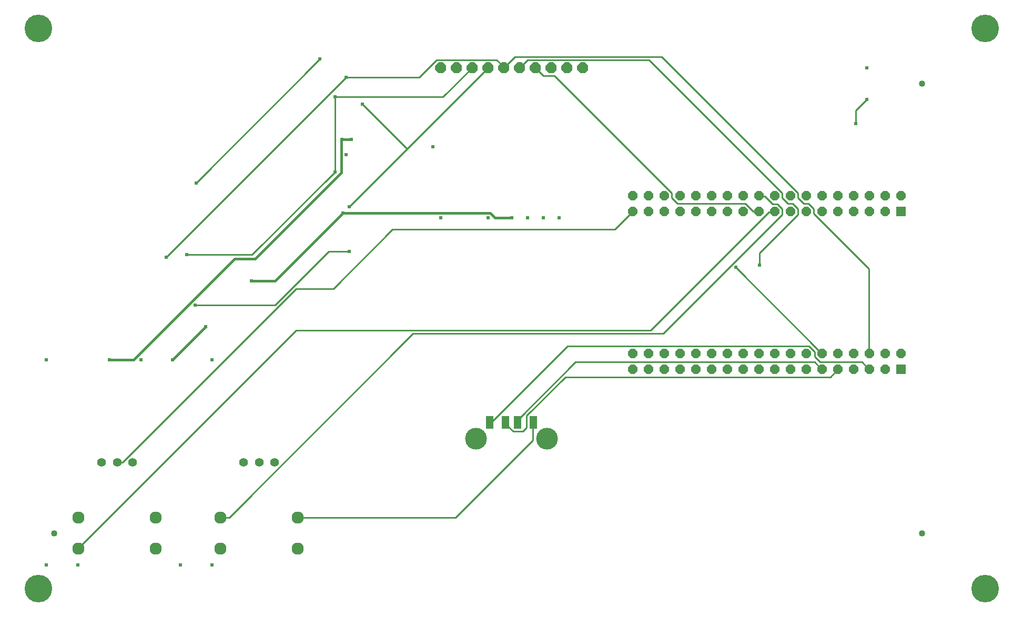
<source format=gbr>
G04 EAGLE Gerber RS-274X export*
G75*
%MOMM*%
%FSLAX34Y34*%
%LPD*%
%INBottom Copper*%
%IPPOS*%
%AMOC8*
5,1,8,0,0,1.08239X$1,22.5*%
G01*
%ADD10R,1.524000X1.524000*%
%ADD11P,1.649562X8X202.500000*%
%ADD12C,1.400000*%
%ADD13C,1.960000*%
%ADD14C,3.500000*%
%ADD15R,1.200000X2.000000*%
%ADD16P,1.924489X8X112.500000*%
%ADD17C,1.016000*%
%ADD18C,4.445000*%
%ADD19C,0.609600*%
%ADD20C,0.254000*%
%ADD21C,0.406400*%


D10*
X1426800Y403600D03*
D11*
X1426800Y429000D03*
X1401400Y403600D03*
X1401400Y429000D03*
X1376000Y403600D03*
X1376000Y429000D03*
X1350600Y403600D03*
X1350600Y429000D03*
X1325200Y403600D03*
X1325200Y429000D03*
X1299800Y403600D03*
X1299800Y429000D03*
X1274400Y403600D03*
X1274400Y429000D03*
X1249000Y403600D03*
X1249000Y429000D03*
X1223600Y403600D03*
X1223600Y429000D03*
X1198200Y403600D03*
X1198200Y429000D03*
X1172800Y403600D03*
X1172800Y429000D03*
X1147400Y403600D03*
X1147400Y429000D03*
X1122000Y403600D03*
X1122000Y429000D03*
X1096600Y403600D03*
X1096600Y429000D03*
X1071200Y403600D03*
X1071200Y429000D03*
X1045800Y403600D03*
X1045800Y429000D03*
X1020400Y403600D03*
X1020400Y429000D03*
X995000Y403600D03*
X995000Y429000D03*
D10*
X1426800Y657600D03*
D11*
X1426800Y683000D03*
X1401400Y657600D03*
X1401400Y683000D03*
X1376000Y657600D03*
X1376000Y683000D03*
X1350600Y657600D03*
X1350600Y683000D03*
X1325200Y657600D03*
X1325200Y683000D03*
X1299800Y657600D03*
X1299800Y683000D03*
X1274400Y657600D03*
X1274400Y683000D03*
X1249000Y657600D03*
X1249000Y683000D03*
X1223600Y657600D03*
X1223600Y683000D03*
X1198200Y657600D03*
X1198200Y683000D03*
X1172800Y657600D03*
X1172800Y683000D03*
X1147400Y657600D03*
X1147400Y683000D03*
X1122000Y657600D03*
X1122000Y683000D03*
X1096600Y657600D03*
X1096600Y683000D03*
X1071200Y657600D03*
X1071200Y683000D03*
X1045800Y657600D03*
X1045800Y683000D03*
X1020400Y657600D03*
X1020400Y683000D03*
X995000Y657600D03*
X995000Y683000D03*
D12*
X368700Y254000D03*
X393700Y254000D03*
X418700Y254000D03*
X140100Y254000D03*
X165100Y254000D03*
X190100Y254000D03*
D13*
X456200Y164700D03*
X456200Y114700D03*
X331200Y114700D03*
X331200Y164700D03*
X227600Y164700D03*
X227600Y114700D03*
X102600Y114700D03*
X102600Y164700D03*
D14*
X857100Y292100D03*
X743100Y292100D03*
D15*
X765100Y318100D03*
X790100Y318100D03*
X810100Y318100D03*
X835100Y318100D03*
D16*
X685800Y889000D03*
X711200Y889000D03*
X736600Y889000D03*
X762000Y889000D03*
X787400Y889000D03*
X812800Y889000D03*
X838200Y889000D03*
X863600Y889000D03*
X889000Y889000D03*
X914400Y889000D03*
D17*
X63500Y139700D03*
X1460500Y863600D03*
X1460500Y139700D03*
D18*
X38100Y50800D03*
X1562100Y50800D03*
X1562100Y952500D03*
X38100Y952500D03*
D19*
X203200Y419100D03*
X317500Y419100D03*
X876300Y647700D03*
X825500Y647700D03*
X673100Y762000D03*
X533400Y749300D03*
X1371600Y889000D03*
X1371600Y838200D03*
X50800Y419100D03*
D20*
X1353820Y798830D02*
X1353820Y820420D01*
X1371600Y838200D01*
X834390Y317500D02*
X834390Y289560D01*
X709930Y165100D01*
X457200Y165100D01*
X834390Y317500D02*
X835100Y318100D01*
X457200Y165100D02*
X456200Y164700D01*
D19*
X1353820Y798830D03*
X266700Y88900D03*
X101600Y88900D03*
X254000Y419100D03*
X800100Y647700D03*
X850900Y647700D03*
D21*
X307340Y472440D02*
X254000Y419100D01*
X773430Y647700D02*
X800100Y647700D01*
X773430Y647700D02*
X765810Y655320D01*
X528320Y655320D01*
X419100Y546100D02*
X381000Y546100D01*
X419100Y546100D02*
X528320Y655320D01*
D19*
X307340Y472440D03*
X528320Y655320D03*
X381000Y546100D03*
X685800Y647700D03*
D20*
X1188720Y657860D02*
X1197610Y657860D01*
X1188720Y657860D02*
X1176020Y670560D01*
X1066800Y670560D01*
X1057910Y679450D01*
X1057910Y687070D01*
X868680Y876300D01*
X850900Y876300D01*
X838200Y889000D01*
X1197610Y657860D02*
X1198200Y657600D01*
X491490Y902970D02*
X292100Y703580D01*
D19*
X292100Y703580D03*
X491490Y902970D03*
X152400Y419100D03*
D21*
X527050Y773430D02*
X542290Y773430D01*
X191770Y419100D02*
X152400Y419100D01*
X191770Y419100D02*
X354330Y581660D01*
X387350Y581660D01*
X525780Y720090D01*
X525780Y772160D01*
X527050Y773430D01*
D19*
X527050Y773430D03*
X542290Y773430D03*
X762000Y647700D03*
D20*
X515620Y721360D02*
X515620Y842010D01*
X382270Y588010D02*
X276860Y588010D01*
X382270Y588010D02*
X515620Y721360D01*
X515620Y842010D02*
X689610Y842010D01*
X736600Y889000D01*
D19*
X515620Y721360D03*
X515620Y842010D03*
X276860Y588010D03*
D20*
X243840Y584200D02*
X533400Y873760D01*
X1375410Y565150D02*
X1375410Y429260D01*
X1375410Y565150D02*
X1286510Y654050D01*
X1286510Y661670D01*
X1277620Y670560D01*
X1270000Y670560D01*
X1261110Y679450D01*
X1261110Y687070D01*
X1041400Y906780D01*
X805180Y906780D01*
X787400Y889000D01*
X1375410Y429260D02*
X1376000Y429000D01*
X651510Y873760D02*
X533400Y873760D01*
X651510Y873760D02*
X679450Y901700D01*
X775970Y901700D01*
X787400Y890270D01*
X787400Y889000D01*
D19*
X243840Y584200D03*
X533400Y873760D03*
D20*
X631825Y758825D02*
X762000Y889000D01*
X631825Y758825D02*
X538480Y665480D01*
X419100Y506730D02*
X290830Y506730D01*
X419100Y506730D02*
X505460Y593090D01*
X538480Y593090D01*
X631825Y758825D02*
X560070Y830580D01*
X1160780Y567690D02*
X1299210Y429260D01*
X1299800Y429000D01*
D19*
X538480Y665480D03*
X290830Y506730D03*
X538480Y593090D03*
X560070Y830580D03*
X1160780Y567690D03*
D20*
X1198880Y571500D02*
X1198880Y590550D01*
X1261110Y652780D01*
X1261110Y661670D01*
X1252220Y670560D01*
X1244600Y670560D01*
X1235710Y679450D01*
X1235710Y687070D01*
X1021080Y901700D01*
X825500Y901700D01*
X812800Y889000D01*
D19*
X1198880Y571500D03*
D20*
X768350Y318770D02*
X765810Y318770D01*
X768350Y318770D02*
X890270Y440690D01*
X1278890Y440690D01*
X1287780Y431800D01*
X1287780Y424180D01*
X1296670Y415290D01*
X1363980Y415290D01*
X1375410Y403860D01*
X765810Y318770D02*
X765100Y318100D01*
X1375410Y403860D02*
X1376000Y403600D01*
X810260Y322580D02*
X810260Y318770D01*
X810260Y322580D02*
X902970Y415290D01*
X1287780Y415290D01*
X1299210Y403860D01*
X810260Y318770D02*
X810100Y318100D01*
X1299210Y403860D02*
X1299800Y403600D01*
X791210Y317500D02*
X791210Y314960D01*
X802640Y303530D01*
X817880Y303530D01*
X824230Y309880D01*
X824230Y328930D01*
X886460Y391160D01*
X1313180Y391160D01*
X1324610Y402590D01*
X791210Y317500D02*
X790100Y318100D01*
X1324610Y402590D02*
X1325200Y403600D01*
D19*
X50800Y88900D03*
D20*
X1214120Y656590D02*
X1223010Y656590D01*
X1214120Y656590D02*
X1023620Y466090D01*
X453390Y466090D01*
X102870Y115570D01*
X1223010Y656590D02*
X1223600Y657600D01*
X102870Y115570D02*
X102600Y114700D01*
D19*
X317500Y88900D03*
D20*
X1198880Y681990D02*
X1207770Y681990D01*
X1220470Y669290D01*
X1228090Y669290D01*
X1235710Y661670D01*
X1235710Y652780D01*
X1043940Y461010D01*
X641350Y461010D01*
X345440Y165100D01*
X331470Y165100D01*
X1198200Y683000D02*
X1198880Y681990D01*
X331470Y165100D02*
X331200Y164700D01*
X173990Y254000D02*
X165100Y254000D01*
X173990Y254000D02*
X453390Y533400D01*
X513080Y533400D01*
X608330Y628650D01*
X966470Y628650D01*
X994410Y656590D01*
X995000Y657600D01*
M02*

</source>
